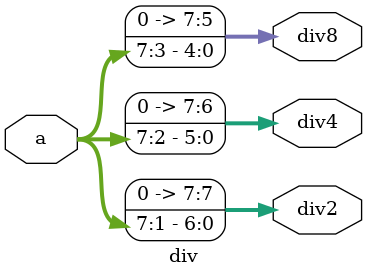
<source format=v>
module div (
    input  [7:0] a,
    output reg [7:0] div2, // = a / 2
    output reg [7:0] div4, // = a / 4
    output reg [7:0] div8  // = a / 8
);
    always @(*) begin
        // this will work.
        // div2 = a >> 1;  
        // div4 = a >> 2;  
        // div8 = a >> 3;  

        // and this will also work.
        div2 = {1'b0, a[7:1]};  
        div4 = {2'b0, a[7:2]};  
        div8 = {3'b0, a[7:3]};  
    end
endmodule

</source>
